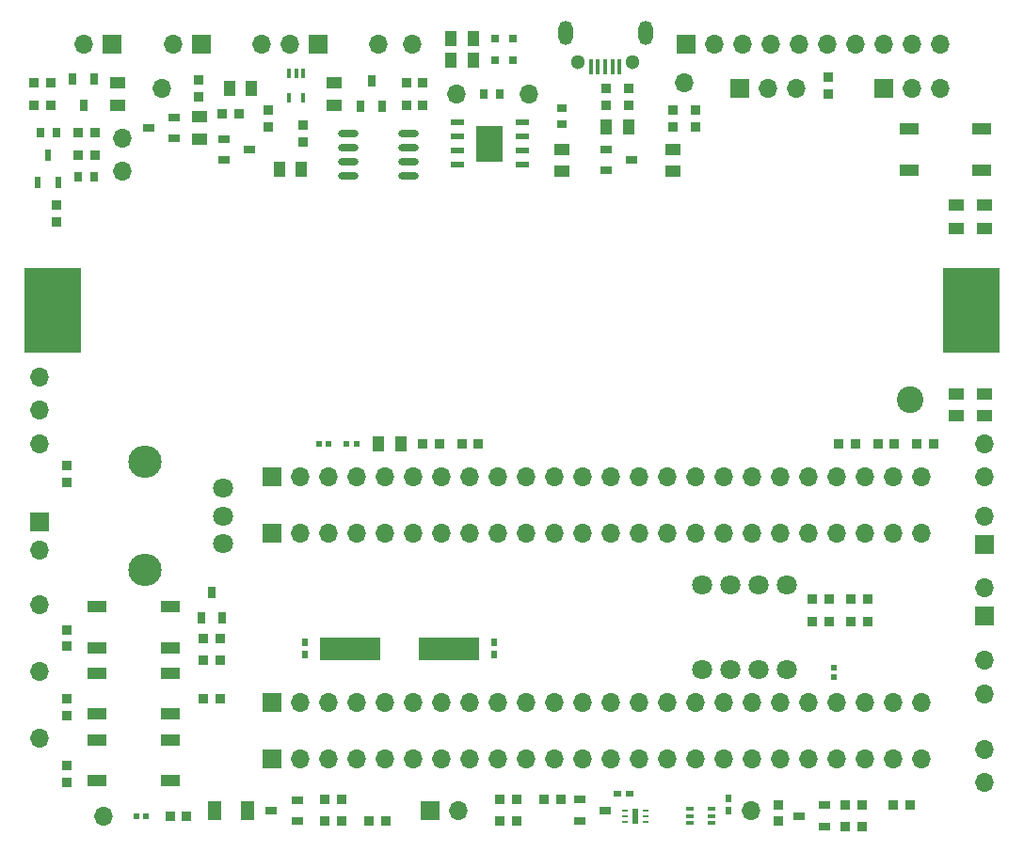
<source format=gbr>
%TF.GenerationSoftware,KiCad,Pcbnew,(7.0.0)*%
%TF.CreationDate,2023-04-14T02:25:45+02:00*%
%TF.ProjectId,EEE3088F_CKR,45454533-3038-4384-965f-434b522e6b69,0.2*%
%TF.SameCoordinates,Original*%
%TF.FileFunction,Soldermask,Top*%
%TF.FilePolarity,Negative*%
%FSLAX46Y46*%
G04 Gerber Fmt 4.6, Leading zero omitted, Abs format (unit mm)*
G04 Created by KiCad (PCBNEW (7.0.0)) date 2023-04-14 02:25:45*
%MOMM*%
%LPD*%
G01*
G04 APERTURE LIST*
%ADD10R,1.700000X1.700000*%
%ADD11O,1.700000X1.700000*%
%ADD12R,0.540005X0.565659*%
%ADD13R,0.806477X0.864008*%
%ADD14R,1.377013X1.132537*%
%ADD15R,1.000000X0.800000*%
%ADD16R,1.132537X1.377013*%
%ADD17R,0.400000X0.900000*%
%ADD18R,0.864008X0.806477*%
%ADD19R,1.399543X1.000000*%
%ADD20R,0.565659X0.540005*%
%ADD21C,1.800000*%
%ADD22O,3.000000X2.900000*%
%ADD23R,0.780010X0.350013*%
%ADD24R,0.800000X0.800000*%
%ADD25R,1.700000X1.000000*%
%ADD26R,1.200000X0.600000*%
%ADD27R,2.400000X3.300000*%
%ADD28R,0.800000X1.000000*%
%ADD29R,0.584989X0.280010*%
%ADD30R,0.559995X1.370003*%
%ADD31R,0.800000X0.900000*%
%ADD32R,0.540005X0.790094*%
%ADD33R,1.207518X1.701016*%
%ADD34R,5.500000X2.000000*%
%ADD35C,2.400000*%
%ADD36R,5.080010X7.620015*%
%ADD37R,0.400000X1.400000*%
%ADD38C,1.300000*%
%ADD39O,1.300000X2.200000*%
%ADD40R,0.900000X0.800000*%
%ADD41R,0.790094X0.540005*%
%ADD42O,1.864999X0.629997*%
%ADD43R,0.600000X1.070003*%
G04 APERTURE END LIST*
D10*
%TO.C,J3*%
X128439999Y-86819999D03*
D11*
X130979999Y-86819999D03*
X133519999Y-86819999D03*
X136059999Y-86819999D03*
X138599999Y-86819999D03*
X141139999Y-86819999D03*
X143679999Y-86819999D03*
X146219999Y-86819999D03*
X148759999Y-86819999D03*
X151299999Y-86819999D03*
X153839999Y-86819999D03*
X156379999Y-86819999D03*
X158919999Y-86819999D03*
X161459999Y-86819999D03*
X163999999Y-86819999D03*
X166539999Y-86819999D03*
X169079999Y-86819999D03*
X171619999Y-86819999D03*
X174159999Y-86819999D03*
X176699999Y-86819999D03*
X179239999Y-86819999D03*
X181779999Y-86819999D03*
X184319999Y-86819999D03*
X186859999Y-86819999D03*
X186859999Y-71579999D03*
X184319999Y-71579999D03*
X181779999Y-71579999D03*
X179239999Y-71579999D03*
X176699999Y-71579999D03*
X174159999Y-71579999D03*
X171619999Y-71579999D03*
X169079999Y-71579999D03*
X166539999Y-71579999D03*
X163999999Y-71579999D03*
X161459999Y-71579999D03*
X158919999Y-71579999D03*
X156379999Y-71579999D03*
X153839999Y-71579999D03*
X151299999Y-71579999D03*
X148759999Y-71579999D03*
X146219999Y-71579999D03*
X143679999Y-71579999D03*
X141139999Y-71579999D03*
X138599999Y-71579999D03*
X136059999Y-71579999D03*
X133519999Y-71579999D03*
X130979999Y-71579999D03*
D10*
X128439999Y-71579999D03*
%TD*%
D12*
%TO.C,R52*%
X178999999Y-84499999D03*
X178999999Y-83634365D03*
%TD*%
D13*
%TO.C,R31*%
X150419999Y-97499999D03*
X148913267Y-97499999D03*
%TD*%
%TO.C,R45*%
X122246633Y-86499999D03*
X123753365Y-86499999D03*
%TD*%
D11*
%TO.C,TP5*%
X118499999Y-31499999D03*
%TD*%
D14*
%TO.C,R39*%
X192499999Y-60999999D03*
X192499999Y-58999999D03*
%TD*%
D15*
%TO.C,Q2*%
X124122786Y-36083186D03*
X124122786Y-37983212D03*
X126422812Y-37033250D03*
%TD*%
D16*
%TO.C,R130*%
X124593599Y-31495999D03*
X126593599Y-31495999D03*
%TD*%
D11*
%TO.C,TP14*%
X107499999Y-83999999D03*
%TD*%
D13*
%TO.C,R700*%
X123969267Y-33824165D03*
X125475999Y-33824165D03*
%TD*%
%TO.C,R40*%
X182006731Y-79499999D03*
X180499999Y-79499999D03*
%TD*%
D17*
%TO.C,U1*%
X131256837Y-30141923D03*
X130606850Y-30141923D03*
X129956863Y-30141923D03*
X129956863Y-32342075D03*
X131256837Y-32342075D03*
%TD*%
D18*
%TO.C,R120*%
X131208267Y-36313365D03*
X131208267Y-34806633D03*
%TD*%
D11*
%TO.C,TP13*%
X107499999Y-77999999D03*
%TD*%
D16*
%TO.C,R11*%
X144499999Y-26999999D03*
X146499999Y-26999999D03*
%TD*%
D19*
%TO.C,D5*%
X192499999Y-41999999D03*
X192499999Y-44100583D03*
%TD*%
D11*
%TO.C,TP15*%
X107499999Y-89999999D03*
%TD*%
D20*
%TO.C,R50*%
X135999999Y-63499999D03*
X135134365Y-63499999D03*
%TD*%
D14*
%TO.C,R59*%
X164499999Y-38999999D03*
X164499999Y-36999999D03*
%TD*%
D13*
%TO.C,R18*%
X110993267Y-35499999D03*
X112499999Y-35499999D03*
%TD*%
D11*
%TO.C,TP21*%
X137999999Y-27499999D03*
%TD*%
D13*
%TO.C,R48*%
X154419999Y-95499999D03*
X152913267Y-95499999D03*
%TD*%
D11*
%TO.C,TP7*%
X192499999Y-93999999D03*
%TD*%
D10*
%TO.C,J1*%
X114039999Y-27499999D03*
D11*
X111499999Y-27499999D03*
%TD*%
D21*
%TO.C,RV1*%
X124000000Y-72500127D03*
X124000000Y-70000000D03*
X124000000Y-67500127D03*
D22*
X116999999Y-74899923D03*
X116999999Y-65100075D03*
%TD*%
D11*
%TO.C,TP1*%
X151499999Y-31999999D03*
%TD*%
D13*
%TO.C,R27*%
X133166633Y-95499999D03*
X134673365Y-95499999D03*
%TD*%
D23*
%TO.C,U6*%
X167999999Y-97649986D03*
X167999999Y-96999999D03*
X167999999Y-96350012D03*
X166020015Y-96350012D03*
X166020015Y-96999999D03*
X166020015Y-97649986D03*
%TD*%
D18*
%TO.C,R37*%
X109999999Y-93999999D03*
X109999999Y-92493267D03*
%TD*%
D10*
%TO.C,JP4*%
X192499999Y-72539999D03*
D11*
X192499999Y-69999999D03*
%TD*%
D13*
%TO.C,R46*%
X137166633Y-97499999D03*
X138673365Y-97499999D03*
%TD*%
%TO.C,R32*%
X185849986Y-95999999D03*
X184343254Y-95999999D03*
%TD*%
D24*
%TO.C,D2*%
X148499999Y-28999999D03*
X150098933Y-28993141D03*
%TD*%
D18*
%TO.C,R2*%
X158499999Y-32999999D03*
X158499999Y-31493267D03*
%TD*%
D25*
%TO.C,SW1*%
X192299974Y-38850190D03*
X185700024Y-38850215D03*
X192299974Y-35149783D03*
X185700024Y-35149808D03*
%TD*%
D26*
%TO.C,U2*%
X150908305Y-38405003D03*
X150908305Y-37135000D03*
X150908305Y-35864998D03*
X150908305Y-34594995D03*
X145091693Y-34594995D03*
X145091693Y-35864998D03*
X145091693Y-37135000D03*
X145091693Y-38405003D03*
D27*
X147999999Y-36499999D03*
%TD*%
D13*
%TO.C,R16*%
X108506731Y-30999999D03*
X106999999Y-30999999D03*
%TD*%
D11*
%TO.C,TP20*%
X192499999Y-82999999D03*
%TD*%
D13*
%TO.C,R56*%
X176999999Y-77499999D03*
X178506731Y-77499999D03*
%TD*%
D10*
%TO.C,JP3*%
X192499999Y-79039999D03*
D11*
X192499999Y-76499999D03*
%TD*%
D13*
%TO.C,R30*%
X179993267Y-95999999D03*
X181499999Y-95999999D03*
%TD*%
%TO.C,R55*%
X179413267Y-63499999D03*
X180919999Y-63499999D03*
%TD*%
%TO.C,R53*%
X145493267Y-63499999D03*
X146999999Y-63499999D03*
%TD*%
%TO.C,R43*%
X119246633Y-96999999D03*
X120753365Y-96999999D03*
%TD*%
D28*
%TO.C,Q4*%
X136406705Y-33149961D03*
X138306731Y-33149961D03*
X137356769Y-30849935D03*
%TD*%
D13*
%TO.C,R41*%
X182006731Y-77499999D03*
X180499999Y-77499999D03*
%TD*%
D18*
%TO.C,R1*%
X160499999Y-33006731D03*
X160499999Y-31499999D03*
%TD*%
D16*
%TO.C,R9*%
X146499999Y-28999999D03*
X144499999Y-28999999D03*
%TD*%
D13*
%TO.C,R34*%
X186413267Y-63499999D03*
X187919999Y-63499999D03*
%TD*%
D11*
%TO.C,TP8*%
X192499999Y-90999999D03*
%TD*%
%TO.C,TP6*%
X107499999Y-63499999D03*
%TD*%
D13*
%TO.C,R24*%
X123753365Y-80999999D03*
X122246633Y-80999999D03*
%TD*%
%TO.C,R19*%
X110993267Y-37499999D03*
X112499999Y-37499999D03*
%TD*%
D28*
%TO.C,Q5*%
X122049986Y-79150012D03*
X123950012Y-79150012D03*
X123000050Y-76849986D03*
%TD*%
D29*
%TO.C,U5*%
X160202523Y-96549935D03*
X160202523Y-97049808D03*
X160202523Y-97549935D03*
X162037423Y-97549935D03*
X162037423Y-97049808D03*
X162037423Y-96549935D03*
D30*
X161119973Y-97049808D03*
%TD*%
D25*
%TO.C,SW4*%
X119299974Y-93850190D03*
X112700024Y-93850215D03*
X119299974Y-90149783D03*
X112700024Y-90149808D03*
%TD*%
D13*
%TO.C,R54*%
X141993267Y-63499999D03*
X143499999Y-63499999D03*
%TD*%
D20*
%TO.C,TH1*%
X116253365Y-96999999D03*
X117118999Y-96999999D03*
%TD*%
D31*
%TO.C,C2*%
X147499999Y-31999999D03*
X148900049Y-31999999D03*
%TD*%
D11*
%TO.C,TP10*%
X171499999Y-96499999D03*
%TD*%
D18*
%TO.C,R58*%
X178499999Y-30493267D03*
X178499999Y-31999999D03*
%TD*%
D20*
%TO.C,R51*%
X132634365Y-63499999D03*
X133499999Y-63499999D03*
%TD*%
D32*
%TO.C,C8*%
X131419999Y-81409829D03*
X131419999Y-82499999D03*
%TD*%
D11*
%TO.C,TP4*%
X114999999Y-38999999D03*
%TD*%
D18*
%TO.C,R60*%
X164499999Y-34999999D03*
X164499999Y-33493267D03*
%TD*%
D15*
%TO.C,Q1*%
X158499999Y-36999999D03*
X158499999Y-38900025D03*
X160800025Y-37950063D03*
%TD*%
D33*
%TO.C,R28*%
X123295783Y-96499999D03*
X126253365Y-96499999D03*
%TD*%
D10*
%TO.C,JP2*%
X107499999Y-70499999D03*
D11*
X107499999Y-73039999D03*
%TD*%
D13*
%TO.C,R47*%
X179999999Y-97999999D03*
X181506731Y-97999999D03*
%TD*%
D18*
%TO.C,R36*%
X109999999Y-87999999D03*
X109999999Y-86493267D03*
%TD*%
D10*
%TO.C,J5*%
X132579999Y-27499999D03*
D11*
X130039999Y-27499999D03*
X127499999Y-27499999D03*
%TD*%
D13*
%TO.C,R25*%
X133166633Y-97499999D03*
X134673365Y-97499999D03*
%TD*%
D10*
%TO.C,JP6*%
X183419999Y-31499999D03*
D11*
X185959999Y-31499999D03*
X188499999Y-31499999D03*
%TD*%
D10*
%TO.C,J4*%
X128439999Y-91899999D03*
D11*
X130979999Y-91899999D03*
X133519999Y-91899999D03*
X136059999Y-91899999D03*
X138599999Y-91899999D03*
X141139999Y-91899999D03*
X143679999Y-91899999D03*
X146219999Y-91899999D03*
X148759999Y-91899999D03*
X151299999Y-91899999D03*
X153839999Y-91899999D03*
X156379999Y-91899999D03*
X158919999Y-91899999D03*
X161459999Y-91899999D03*
X163999999Y-91899999D03*
X166539999Y-91899999D03*
X169079999Y-91899999D03*
X171619999Y-91899999D03*
X174159999Y-91899999D03*
X176699999Y-91899999D03*
X179239999Y-91899999D03*
X181779999Y-91899999D03*
X184319999Y-91899999D03*
X186859999Y-91899999D03*
X186859999Y-66499999D03*
X184319999Y-66499999D03*
X181779999Y-66499999D03*
X179239999Y-66499999D03*
X176699999Y-66499999D03*
X174159999Y-66499999D03*
X171619999Y-66499999D03*
X169079999Y-66499999D03*
X166539999Y-66499999D03*
X163999999Y-66499999D03*
X161459999Y-66499999D03*
X158919999Y-66499999D03*
X156379999Y-66499999D03*
X153839999Y-66499999D03*
X151299999Y-66499999D03*
X148759999Y-66499999D03*
X146219999Y-66499999D03*
X143679999Y-66499999D03*
X141139999Y-66499999D03*
X138599999Y-66499999D03*
X136059999Y-66499999D03*
X133519999Y-66499999D03*
X130979999Y-66499999D03*
D10*
X128439999Y-66499999D03*
%TD*%
D14*
%TO.C,R620*%
X121919999Y-34051999D03*
X121919999Y-36051999D03*
%TD*%
D11*
%TO.C,TP11*%
X192499999Y-63499999D03*
%TD*%
D15*
%TO.C,Q90*%
X119615612Y-36002012D03*
X119615612Y-34101986D03*
X117315586Y-35051948D03*
%TD*%
D25*
%TO.C,SW2*%
X119299974Y-81850190D03*
X112700024Y-81850215D03*
X119299974Y-78149783D03*
X112700024Y-78149808D03*
%TD*%
D13*
%TO.C,R57*%
X176999999Y-79499999D03*
X178506731Y-79499999D03*
%TD*%
D24*
%TO.C,D3*%
X148499999Y-26999999D03*
X150098933Y-26993141D03*
%TD*%
D32*
%TO.C,C7*%
X148419999Y-81409829D03*
X148419999Y-82499999D03*
%TD*%
D13*
%TO.C,R33*%
X182913267Y-63499999D03*
X184419999Y-63499999D03*
%TD*%
D16*
%TO.C,R3*%
X158499999Y-34999999D03*
X160499999Y-34999999D03*
%TD*%
D18*
%TO.C,R23*%
X108999999Y-43506731D03*
X108999999Y-41999999D03*
%TD*%
D14*
%TO.C,R38*%
X189999999Y-60999999D03*
X189999999Y-58999999D03*
%TD*%
D15*
%TO.C,Q6*%
X130673365Y-97499999D03*
X130673365Y-95599973D03*
X128373339Y-96549935D03*
%TD*%
D31*
%TO.C,C4*%
X110999999Y-39499999D03*
X112400049Y-39499999D03*
%TD*%
D34*
%TO.C,Y1*%
X144320177Y-81999999D03*
X135419999Y-81999999D03*
%TD*%
D11*
%TO.C,TP22*%
X140999999Y-27499999D03*
%TD*%
%TO.C,TP16*%
X107499999Y-60499999D03*
%TD*%
D35*
%TO.C,B1*%
X185839980Y-59500000D03*
D36*
X108686816Y-51499999D03*
X191313182Y-51499999D03*
%TD*%
D13*
%TO.C,R21*%
X140499999Y-32999999D03*
X142006731Y-32999999D03*
%TD*%
D15*
%TO.C,Q8*%
X178150012Y-97950063D03*
X178150012Y-96050037D03*
X175849986Y-96999999D03*
%TD*%
D32*
%TO.C,C6*%
X169499999Y-96499999D03*
X169499999Y-95409829D03*
%TD*%
D15*
%TO.C,Q7*%
X156119973Y-95549935D03*
X156119973Y-97449961D03*
X158419999Y-96499999D03*
%TD*%
D25*
%TO.C,SW3*%
X119299974Y-87850190D03*
X112700024Y-87850215D03*
X119299974Y-84149783D03*
X112700024Y-84149808D03*
%TD*%
D13*
%TO.C,R15*%
X108506731Y-32999999D03*
X106999999Y-32999999D03*
%TD*%
D16*
%TO.C,R49*%
X139999999Y-63499999D03*
X137999999Y-63499999D03*
%TD*%
D18*
%TO.C,R800*%
X128117599Y-34992565D03*
X128117599Y-33485833D03*
%TD*%
D37*
%TO.C,U8*%
X159700025Y-29542671D03*
X159050037Y-29542671D03*
X158400050Y-29542671D03*
X157750063Y-29542671D03*
X157100075Y-29542671D03*
D38*
X155975108Y-29170053D03*
D39*
X154800101Y-26499999D03*
X161999999Y-26499999D03*
D38*
X160824994Y-29170053D03*
%TD*%
D40*
%TO.C,C1*%
X154499999Y-33299974D03*
X154499999Y-34700024D03*
%TD*%
D11*
%TO.C,TP19*%
X192499999Y-85999999D03*
%TD*%
D41*
%TO.C,C5*%
X159499999Y-95049935D03*
X160590169Y-95049935D03*
%TD*%
D13*
%TO.C,R26*%
X123753365Y-82999999D03*
X122246633Y-82999999D03*
%TD*%
D11*
%TO.C,TP3*%
X144999999Y-31999999D03*
%TD*%
D28*
%TO.C,Q3*%
X112406757Y-30699973D03*
X110506731Y-30699973D03*
X111456693Y-32999999D03*
%TD*%
D14*
%TO.C,R14*%
X154499999Y-36999999D03*
X154499999Y-38999999D03*
%TD*%
D42*
%TO.C,U9*%
X135317500Y-35594995D03*
X135317500Y-36864998D03*
X135317500Y-38135000D03*
X135317500Y-39405003D03*
X140682498Y-39405003D03*
X140682498Y-38135000D03*
X140682498Y-36864998D03*
X140682498Y-35594995D03*
%TD*%
D10*
%TO.C,J2*%
X122039999Y-27499999D03*
D11*
X119499999Y-27499999D03*
%TD*%
D16*
%TO.C,R100*%
X131082799Y-38760399D03*
X129082799Y-38760399D03*
%TD*%
D31*
%TO.C,C3*%
X108999999Y-35499999D03*
X107599949Y-35499999D03*
%TD*%
D18*
%TO.C,R35*%
X109999999Y-81753365D03*
X109999999Y-80246633D03*
%TD*%
D10*
%TO.C,J6*%
X165639999Y-27499999D03*
D11*
X168179999Y-27499999D03*
X170719999Y-27499999D03*
X173259999Y-27499999D03*
X175799999Y-27499999D03*
X178339999Y-27499999D03*
X180879999Y-27499999D03*
X183419999Y-27499999D03*
X185959999Y-27499999D03*
X188499999Y-27499999D03*
%TD*%
%TO.C,TP18*%
X165499999Y-30999999D03*
%TD*%
D18*
%TO.C,R400*%
X121818399Y-32240731D03*
X121818399Y-30733999D03*
%TD*%
D10*
%TO.C,JP5*%
X170459999Y-31499999D03*
D11*
X172999999Y-31499999D03*
X175539999Y-31499999D03*
%TD*%
D13*
%TO.C,R29*%
X150419999Y-95499999D03*
X148913267Y-95499999D03*
%TD*%
%TO.C,R20*%
X140499999Y-30999999D03*
X142006731Y-30999999D03*
%TD*%
D11*
%TO.C,TP17*%
X107499999Y-57499999D03*
%TD*%
D18*
%TO.C,R44*%
X109999999Y-65493267D03*
X109999999Y-66999999D03*
%TD*%
D19*
%TO.C,D4*%
X189999999Y-41999999D03*
X189999999Y-44100583D03*
%TD*%
D21*
%TO.C,U7*%
X167109992Y-83810008D03*
X169649997Y-83810008D03*
X172190003Y-83810008D03*
X174730008Y-83810008D03*
X174730008Y-76189992D03*
X172190003Y-76189992D03*
X169649997Y-76189992D03*
X167109992Y-76189992D03*
%TD*%
D10*
%TO.C,JP1*%
X142633365Y-96499999D03*
D11*
X145173365Y-96499999D03*
%TD*%
D14*
%TO.C,R17*%
X114506731Y-32999999D03*
X114506731Y-30999999D03*
%TD*%
%TO.C,R22*%
X134006731Y-32999999D03*
X134006731Y-30999999D03*
%TD*%
D18*
%TO.C,R61*%
X166499999Y-34999999D03*
X166499999Y-33493267D03*
%TD*%
D11*
%TO.C,TP2*%
X114999999Y-35999999D03*
%TD*%
D43*
%TO.C,U4*%
X107314960Y-39999999D03*
X109214884Y-39999999D03*
X108264922Y-37529845D03*
%TD*%
D11*
%TO.C,TP12*%
X192499999Y-66499999D03*
%TD*%
%TO.C,TP9*%
X113253365Y-96999999D03*
%TD*%
D18*
%TO.C,R42*%
X173999999Y-97499999D03*
X173999999Y-95993267D03*
%TD*%
M02*

</source>
